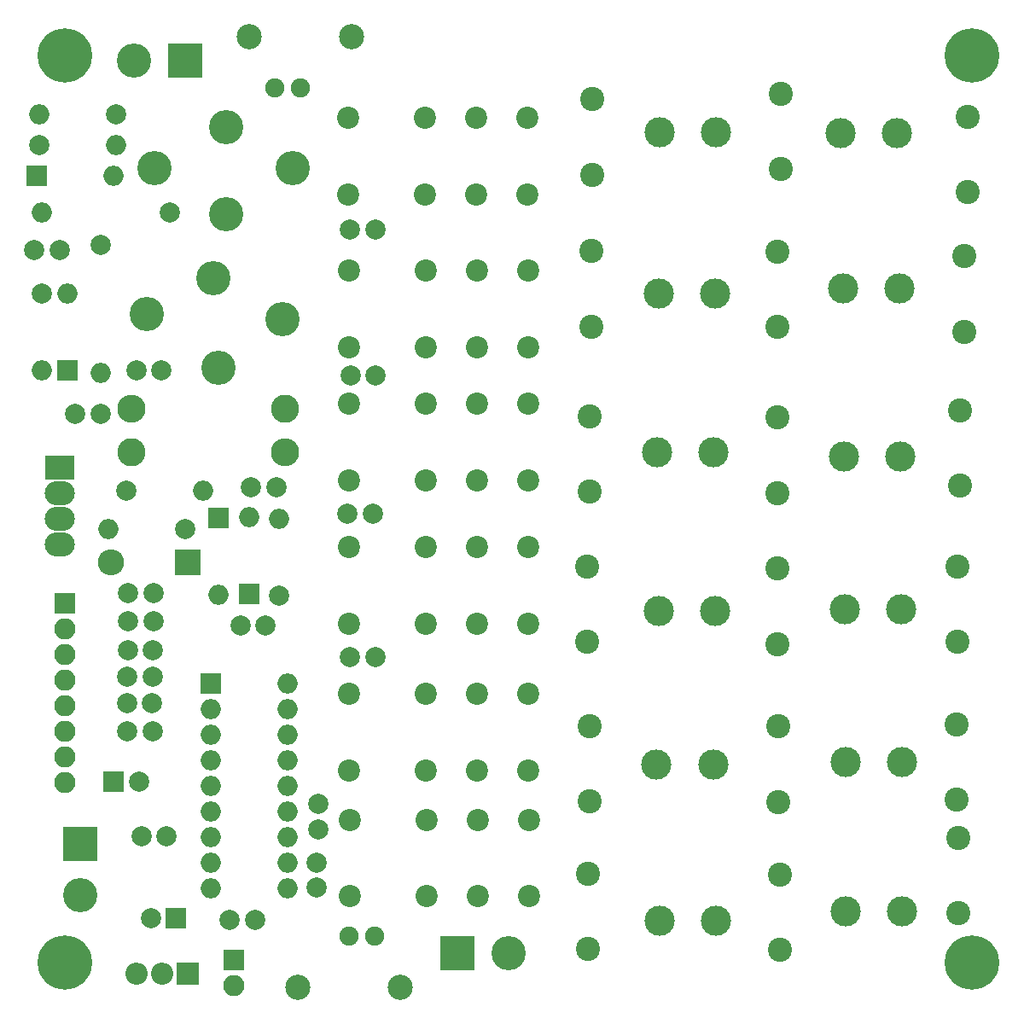
<source format=gbr>
G04 #@! TF.FileFunction,Soldermask,Bot*
%FSLAX46Y46*%
G04 Gerber Fmt 4.6, Leading zero omitted, Abs format (unit mm)*
G04 Created by KiCad (PCBNEW 4.0.7) date 11/12/19 23:32:46*
%MOMM*%
%LPD*%
G01*
G04 APERTURE LIST*
%ADD10C,0.100000*%
%ADD11C,2.800000*%
%ADD12O,2.800000X2.800000*%
%ADD13R,2.000000X2.000000*%
%ADD14C,2.000000*%
%ADD15C,3.000000*%
%ADD16C,1.900000*%
%ADD17C,2.500000*%
%ADD18R,3.400000X3.400000*%
%ADD19C,3.400000*%
%ADD20C,5.400000*%
%ADD21C,2.400000*%
%ADD22C,2.200000*%
%ADD23R,2.100000X2.100000*%
%ADD24O,2.100000X2.100000*%
%ADD25R,2.200000X2.200000*%
%ADD26O,2.200000X2.200000*%
%ADD27O,2.000000X2.000000*%
%ADD28R,2.600000X2.600000*%
%ADD29O,2.600000X2.600000*%
%ADD30R,3.000000X2.400000*%
%ADD31O,3.000000X2.400000*%
G04 APERTURE END LIST*
D10*
D11*
X66802000Y-80010000D03*
D12*
X51562000Y-80010000D03*
D13*
X49789080Y-117012720D03*
D14*
X52289080Y-117012720D03*
D15*
X122148600Y-68122800D03*
X127748600Y-68122800D03*
X103670100Y-115366800D03*
X109270100Y-115366800D03*
D16*
X68326000Y-48194000D03*
X65786000Y-48194000D03*
D17*
X63246000Y-43114000D03*
X73406000Y-43114000D03*
D18*
X56896000Y-45466000D03*
D19*
X51816000Y-45466000D03*
D16*
X73190100Y-132323800D03*
X75730100Y-132323800D03*
D17*
X78270100Y-137403800D03*
X68110100Y-137403800D03*
D18*
X83921600Y-134035800D03*
D19*
X89001600Y-134035800D03*
D20*
X45000000Y-135000000D03*
X135000000Y-135000000D03*
X135000000Y-45000000D03*
X45000000Y-45000000D03*
D15*
X103860600Y-100126800D03*
X109460600Y-100126800D03*
X103936800Y-130860800D03*
X109536800Y-130860800D03*
X121894600Y-52692300D03*
X127494600Y-52692300D03*
X122250200Y-84734400D03*
X127850200Y-84734400D03*
X122377200Y-99923600D03*
X127977200Y-99923600D03*
X122453400Y-115062000D03*
X128053400Y-115062000D03*
X122428000Y-129921000D03*
X128028000Y-129921000D03*
D21*
X97320100Y-49326800D03*
X97320100Y-56826800D03*
X97193100Y-64376300D03*
X97193100Y-71876300D03*
X97066100Y-80759300D03*
X97066100Y-88259300D03*
X96812100Y-95681800D03*
X96812100Y-103181800D03*
X97066100Y-111493300D03*
X97066100Y-118993300D03*
X96875600Y-126161800D03*
X96875600Y-133661800D03*
X115989100Y-56248300D03*
X115989100Y-48748300D03*
X115671600Y-71932800D03*
X115671600Y-64432800D03*
X115671600Y-88379300D03*
X115671600Y-80879300D03*
X115671600Y-103365300D03*
X115671600Y-95865300D03*
X115735100Y-119049800D03*
X115735100Y-111549800D03*
X115951000Y-133731000D03*
X115951000Y-126231000D03*
X134531100Y-51041300D03*
X134531100Y-58541300D03*
X134162800Y-64897000D03*
X134162800Y-72397000D03*
X133807200Y-80187800D03*
X133807200Y-87687800D03*
X133502400Y-95681800D03*
X133502400Y-103181800D03*
X133477000Y-111328200D03*
X133477000Y-118828200D03*
X133616700Y-122593100D03*
X133616700Y-130093100D03*
D15*
X103987600Y-52565300D03*
X109587600Y-52565300D03*
X103860600Y-68567300D03*
X109460600Y-68567300D03*
X103733600Y-84315300D03*
X109333600Y-84315300D03*
D22*
X80716100Y-51140200D03*
X90876100Y-51140200D03*
X85796100Y-51140200D03*
X85796100Y-58740200D03*
X80716100Y-58740200D03*
X90876100Y-58740200D03*
X73096100Y-51140200D03*
X73096100Y-58740200D03*
X80779600Y-66354800D03*
X90939600Y-66354800D03*
X85859600Y-66354800D03*
X85859600Y-73954800D03*
X80779600Y-73954800D03*
X90939600Y-73954800D03*
X73159600Y-66354800D03*
X73159600Y-73954800D03*
X80779600Y-79562800D03*
X90939600Y-79562800D03*
X85859600Y-79562800D03*
X85859600Y-87162800D03*
X80779600Y-87162800D03*
X90939600Y-87162800D03*
X73159600Y-79562800D03*
X73159600Y-87162800D03*
X80779600Y-93786800D03*
X90939600Y-93786800D03*
X85859600Y-93786800D03*
X85859600Y-101386800D03*
X80779600Y-101386800D03*
X90939600Y-101386800D03*
X73159600Y-93786800D03*
X73159600Y-101386800D03*
X80789760Y-108295280D03*
X90949760Y-108295280D03*
X85869760Y-108295280D03*
X85869760Y-115895280D03*
X80789760Y-115895280D03*
X90949760Y-115895280D03*
X73169760Y-108295280D03*
X73169760Y-115895280D03*
X80845640Y-120812400D03*
X91005640Y-120812400D03*
X85925640Y-120812400D03*
X85925640Y-128412400D03*
X80845640Y-128412400D03*
X91005640Y-128412400D03*
X73225640Y-120812400D03*
X73225640Y-128412400D03*
D13*
X55981600Y-130606800D03*
D14*
X53481600Y-130606800D03*
D18*
X46520100Y-123177300D03*
D19*
X46520100Y-128257300D03*
D23*
X61760100Y-134721600D03*
D24*
X61760100Y-137261600D03*
D25*
X57124600Y-136067800D03*
D26*
X54584600Y-136067800D03*
X52044600Y-136067800D03*
D13*
X59474100Y-107302300D03*
D27*
X67094100Y-127622300D03*
X59474100Y-109842300D03*
X67094100Y-125082300D03*
X59474100Y-112382300D03*
X67094100Y-122542300D03*
X59474100Y-114922300D03*
X67094100Y-120002300D03*
X59474100Y-117462300D03*
X67094100Y-117462300D03*
X59474100Y-120002300D03*
X67094100Y-114922300D03*
X59474100Y-122542300D03*
X67094100Y-112382300D03*
X59474100Y-125082300D03*
X67094100Y-109842300D03*
X59474100Y-127622300D03*
X67094100Y-107302300D03*
D14*
X63817500Y-130759200D03*
X61317500Y-130759200D03*
X73253600Y-62280800D03*
X75753600Y-62280800D03*
X73317100Y-76695300D03*
X75817100Y-76695300D03*
X70078600Y-119240300D03*
X70078600Y-121740300D03*
X69951600Y-127558800D03*
X69951600Y-125058800D03*
X72999600Y-90474800D03*
X75499600Y-90474800D03*
X73253600Y-104698800D03*
X75753600Y-104698800D03*
X52070000Y-76200000D03*
X54570000Y-76200000D03*
X63431600Y-87800800D03*
X65931600Y-87800800D03*
X64881600Y-101550800D03*
X62381600Y-101550800D03*
D13*
X63231600Y-98400800D03*
D27*
X63231600Y-90780800D03*
D13*
X60181600Y-90850800D03*
D27*
X60181600Y-98470800D03*
D23*
X44958000Y-99314000D03*
D24*
X44958000Y-101854000D03*
X44958000Y-104394000D03*
X44958000Y-106934000D03*
X44958000Y-109474000D03*
X44958000Y-112014000D03*
X44958000Y-114554000D03*
X44958000Y-117094000D03*
D11*
X51562000Y-84328000D03*
D12*
X66802000Y-84328000D03*
D28*
X57150000Y-95250000D03*
D29*
X49530000Y-95250000D03*
D14*
X66231600Y-98600800D03*
D27*
X66231600Y-90980800D03*
D14*
X56896000Y-91948000D03*
D27*
X49276000Y-91948000D03*
D14*
X51257200Y-98298000D03*
X53757200Y-98298000D03*
X51257200Y-101092000D03*
X53757200Y-101092000D03*
X51206400Y-103987600D03*
X53706400Y-103987600D03*
X51155600Y-106578400D03*
X53655600Y-106578400D03*
X51104800Y-109270800D03*
X53604800Y-109270800D03*
X51155600Y-112014000D03*
X53655600Y-112014000D03*
X52578000Y-122478800D03*
X55078000Y-122478800D03*
X48514000Y-80518000D03*
X46014000Y-80518000D03*
X44450000Y-64262000D03*
X41950000Y-64262000D03*
D13*
X45212000Y-76200000D03*
D27*
X45212000Y-68580000D03*
D13*
X42164000Y-56896000D03*
D27*
X49784000Y-56896000D03*
D30*
X44450000Y-85852000D03*
D31*
X44450000Y-88392000D03*
X44450000Y-90932000D03*
X44450000Y-93472000D03*
D14*
X42672000Y-68580000D03*
D27*
X42672000Y-76200000D03*
D14*
X51054000Y-88138000D03*
D27*
X58674000Y-88138000D03*
D14*
X48514000Y-63754000D03*
D27*
X48514000Y-76454000D03*
D14*
X55375000Y-60550000D03*
D27*
X42675000Y-60550000D03*
D14*
X42418000Y-53848000D03*
D27*
X50038000Y-53848000D03*
D14*
X50038000Y-50800000D03*
D27*
X42418000Y-50800000D03*
D19*
X53848000Y-56134000D03*
X66548000Y-71120000D03*
X60960000Y-52070000D03*
X60960000Y-60706000D03*
X59690000Y-67056000D03*
X60198000Y-75946000D03*
X67564000Y-56134000D03*
X53086000Y-70612000D03*
M02*

</source>
